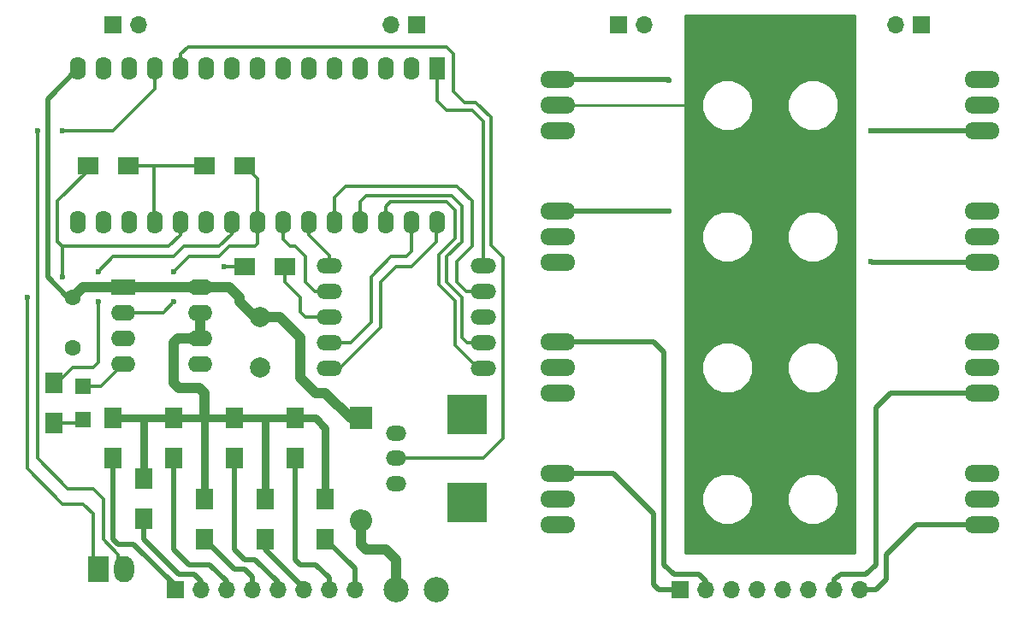
<source format=gbr>
G04 #@! TF.FileFunction,Copper,L1,Top,Signal*
%FSLAX46Y46*%
G04 Gerber Fmt 4.6, Leading zero omitted, Abs format (unit mm)*
G04 Created by KiCad (PCBNEW 4.0.4-stable) date 02/25/17 10:50:14*
%MOMM*%
%LPD*%
G01*
G04 APERTURE LIST*
%ADD10C,0.100000*%
%ADD11C,1.600000*%
%ADD12C,2.000000*%
%ADD13R,2.200000X2.200000*%
%ADD14O,2.200000X2.200000*%
%ADD15R,1.500000X1.500000*%
%ADD16O,2.524000X1.524000*%
%ADD17R,2.000000X2.600000*%
%ADD18O,2.000000X2.600000*%
%ADD19R,1.700000X1.700000*%
%ADD20O,1.700000X1.700000*%
%ADD21R,2.400000X1.600000*%
%ADD22O,2.400000X1.600000*%
%ADD23O,2.000000X1.524000*%
%ADD24R,4.000000X4.000000*%
%ADD25R,2.000000X1.700000*%
%ADD26R,1.700000X2.000000*%
%ADD27R,1.574800X2.286000*%
%ADD28O,1.574800X2.286000*%
%ADD29C,2.499360*%
%ADD30O,3.500120X1.699260*%
%ADD31C,0.600000*%
%ADD32C,1.000000*%
%ADD33C,0.500000*%
%ADD34C,0.350000*%
%ADD35C,0.750000*%
%ADD36C,0.250000*%
%ADD37C,0.254000*%
G04 APERTURE END LIST*
D10*
D11*
X76000000Y-99000000D03*
X76000000Y-104000000D03*
D12*
X94500000Y-101000000D03*
X94500000Y-106000000D03*
D13*
X104500000Y-111000000D03*
D14*
X104500000Y-121160000D03*
D15*
X77000000Y-111150000D03*
X77000000Y-107850000D03*
D16*
X116620000Y-106080000D03*
X116620000Y-103540000D03*
X116620000Y-101000000D03*
X116620000Y-98460000D03*
X116620000Y-95920000D03*
X101380000Y-95920000D03*
X101380000Y-98460000D03*
X101380000Y-101000000D03*
X101380000Y-103540000D03*
X101380000Y-106080000D03*
D17*
X78500000Y-126000000D03*
D18*
X81040000Y-126000000D03*
D19*
X86100000Y-128000000D03*
D20*
X88640000Y-128000000D03*
X91180000Y-128000000D03*
X93720000Y-128000000D03*
X96260000Y-128000000D03*
X98800000Y-128000000D03*
X101340000Y-128000000D03*
X103880000Y-128000000D03*
D21*
X81000000Y-98000000D03*
D22*
X88620000Y-105620000D03*
X81000000Y-100540000D03*
X88620000Y-103080000D03*
X81000000Y-103080000D03*
X88620000Y-100540000D03*
X81000000Y-105620000D03*
X88620000Y-98000000D03*
D19*
X80000000Y-72000000D03*
D20*
X82540000Y-72000000D03*
D19*
X110000000Y-72000000D03*
D20*
X107460000Y-72000000D03*
D23*
X108000000Y-112500000D03*
X108000000Y-115000000D03*
X108000000Y-117500000D03*
D24*
X115000000Y-119400000D03*
X115000000Y-110600000D03*
D25*
X89000000Y-86000000D03*
X93000000Y-86000000D03*
D26*
X80000000Y-115000000D03*
X80000000Y-111000000D03*
X83000000Y-121000000D03*
X83000000Y-117000000D03*
X86000000Y-115000000D03*
X86000000Y-111000000D03*
X89000000Y-123000000D03*
X89000000Y-119000000D03*
X92000000Y-115000000D03*
X92000000Y-111000000D03*
X95000000Y-123000000D03*
X95000000Y-119000000D03*
X98000000Y-115000000D03*
X98000000Y-111000000D03*
X101000000Y-123000000D03*
X101000000Y-119000000D03*
D25*
X93000000Y-96000000D03*
X97000000Y-96000000D03*
D26*
X74100000Y-111500000D03*
X74100000Y-107500000D03*
D25*
X81500000Y-86000000D03*
X77500000Y-86000000D03*
D27*
X112050000Y-76380000D03*
D28*
X109510000Y-76380000D03*
X106970000Y-76380000D03*
X104430000Y-76380000D03*
X101890000Y-76380000D03*
X99350000Y-76380000D03*
X96810000Y-76380000D03*
X94270000Y-76380000D03*
X91730000Y-76380000D03*
X89190000Y-76380000D03*
X86650000Y-76380000D03*
X84110000Y-76380000D03*
X81570000Y-76380000D03*
X79030000Y-76380000D03*
X76490000Y-76380000D03*
X76490000Y-91620000D03*
X79030000Y-91620000D03*
X81570000Y-91620000D03*
X84110000Y-91620000D03*
X86650000Y-91620000D03*
X89190000Y-91620000D03*
X91730000Y-91620000D03*
X94270000Y-91620000D03*
X96810000Y-91620000D03*
X99350000Y-91620000D03*
X101890000Y-91620000D03*
X104430000Y-91620000D03*
X106970000Y-91620000D03*
X109510000Y-91620000D03*
X112050000Y-91620000D03*
D29*
X112000000Y-128000000D03*
X108000000Y-128000000D03*
D19*
X130000000Y-72000000D03*
D20*
X132540000Y-72000000D03*
D19*
X160000000Y-72000000D03*
D20*
X157460000Y-72000000D03*
D30*
X166000000Y-119000000D03*
X166000000Y-121540000D03*
X166000000Y-116460000D03*
X166000000Y-106000000D03*
X166000000Y-108540000D03*
X166000000Y-103460000D03*
X166000000Y-93000000D03*
X166000000Y-95540000D03*
X166000000Y-90460000D03*
X166000000Y-80000000D03*
X166000000Y-82540000D03*
X166000000Y-77460000D03*
X124000000Y-80000000D03*
X124000000Y-77460000D03*
X124000000Y-82540000D03*
X124000000Y-93000000D03*
X124000000Y-90460000D03*
X124000000Y-95540000D03*
X124000000Y-106000000D03*
X124000000Y-103460000D03*
X124000000Y-108540000D03*
X124000000Y-119000000D03*
X124000000Y-116460000D03*
X124000000Y-121540000D03*
D19*
X136100000Y-128000000D03*
D20*
X138640000Y-128000000D03*
X141180000Y-128000000D03*
X143720000Y-128000000D03*
X146260000Y-128000000D03*
X148800000Y-128000000D03*
X151340000Y-128000000D03*
X153880000Y-128000000D03*
D31*
X91000000Y-96000000D03*
X71500000Y-99000000D03*
X75000000Y-97000000D03*
X72500000Y-82500000D03*
X75000000Y-82500000D03*
X86000000Y-96500000D03*
X86000000Y-99500000D03*
X78500000Y-96500000D03*
X78500000Y-99500000D03*
X135000000Y-90500000D03*
X135000000Y-77500000D03*
X155000000Y-82500000D03*
X155000000Y-95500000D03*
D32*
X81000000Y-98000000D02*
X77000000Y-98000000D01*
X77000000Y-98000000D02*
X76000000Y-99000000D01*
X88620000Y-98000000D02*
X81000000Y-98000000D01*
X95000000Y-101000000D02*
X94000000Y-101000000D01*
X94000000Y-101000000D02*
X92500000Y-99500000D01*
X91500000Y-98000000D02*
X88620000Y-98000000D01*
X92500000Y-99000000D02*
X91500000Y-98000000D01*
X92500000Y-99500000D02*
X92500000Y-99000000D01*
X104500000Y-111000000D02*
X103500000Y-111000000D01*
X103500000Y-111000000D02*
X101000000Y-108500000D01*
X101000000Y-108500000D02*
X100000000Y-108500000D01*
X100000000Y-108500000D02*
X98500000Y-107000000D01*
X98500000Y-107000000D02*
X98500000Y-103000000D01*
X98500000Y-103000000D02*
X96500000Y-101000000D01*
X96500000Y-101000000D02*
X95000000Y-101000000D01*
D33*
X76000000Y-99000000D02*
X75500000Y-99000000D01*
X75500000Y-99000000D02*
X73500000Y-97000000D01*
X73500000Y-79370000D02*
X76490000Y-76380000D01*
X73500000Y-97000000D02*
X73500000Y-79370000D01*
D34*
X93000000Y-96000000D02*
X91000000Y-96000000D01*
X77000000Y-107850000D02*
X78770000Y-107850000D01*
X78770000Y-107850000D02*
X81000000Y-105620000D01*
X84000000Y-86000000D02*
X84000000Y-91510000D01*
X84000000Y-91510000D02*
X84110000Y-91620000D01*
X81500000Y-86000000D02*
X84000000Y-86000000D01*
X84000000Y-86000000D02*
X89000000Y-86000000D01*
D32*
X108000000Y-127500000D02*
X108000000Y-125000000D01*
X104500000Y-123500000D02*
X104500000Y-121160000D01*
X105000000Y-124000000D02*
X104500000Y-123500000D01*
X107000000Y-124000000D02*
X105000000Y-124000000D01*
X108000000Y-125000000D02*
X107000000Y-124000000D01*
D34*
X74500000Y-111500000D02*
X76650000Y-111500000D01*
X76650000Y-111500000D02*
X77000000Y-111150000D01*
X116620000Y-106080000D02*
X116080000Y-106080000D01*
X116080000Y-106080000D02*
X113800000Y-103800000D01*
X113800000Y-103800000D02*
X113800000Y-99400000D01*
X113800000Y-99400000D02*
X112200000Y-97800000D01*
X112200000Y-97800000D02*
X112200000Y-94800000D01*
X112200000Y-94800000D02*
X113800000Y-93200000D01*
X113800000Y-93200000D02*
X113800000Y-90400000D01*
X113800000Y-90400000D02*
X113000000Y-89600000D01*
X113000000Y-89600000D02*
X107400000Y-89600000D01*
X107400000Y-89600000D02*
X106970000Y-90030000D01*
X106970000Y-90030000D02*
X106970000Y-91620000D01*
X116620000Y-103540000D02*
X115040000Y-103540000D01*
X104430000Y-89570000D02*
X104430000Y-91620000D01*
X105000000Y-89000000D02*
X104430000Y-89570000D01*
X113500000Y-89000000D02*
X105000000Y-89000000D01*
X114500000Y-90000000D02*
X113500000Y-89000000D01*
X114500000Y-93500000D02*
X114500000Y-90000000D01*
X113000000Y-95000000D02*
X114500000Y-93500000D01*
X113000000Y-97500000D02*
X113000000Y-95000000D01*
X114500000Y-99000000D02*
X113000000Y-97500000D01*
X114500000Y-103000000D02*
X114500000Y-99000000D01*
X115040000Y-103540000D02*
X114500000Y-103000000D01*
X97000000Y-96000000D02*
X97000000Y-97500000D01*
X99000000Y-101000000D02*
X101380000Y-101000000D01*
X98500000Y-100500000D02*
X99000000Y-101000000D01*
X98500000Y-99000000D02*
X98500000Y-100500000D01*
X97000000Y-97500000D02*
X98500000Y-99000000D01*
X116620000Y-98460000D02*
X114960000Y-98460000D01*
X101890000Y-89110000D02*
X101890000Y-91620000D01*
X103000000Y-88000000D02*
X101890000Y-89110000D01*
X114000000Y-88000000D02*
X103000000Y-88000000D01*
X115500000Y-89500000D02*
X114000000Y-88000000D01*
X115500000Y-94000000D02*
X115500000Y-89500000D01*
X114000000Y-95500000D02*
X115500000Y-94000000D01*
X114000000Y-97500000D02*
X114000000Y-95500000D01*
X114960000Y-98460000D02*
X114000000Y-97500000D01*
X116620000Y-95920000D02*
X116620000Y-81620000D01*
X112050000Y-79550000D02*
X112050000Y-76380000D01*
X113000000Y-80500000D02*
X112050000Y-79550000D01*
X115500000Y-80500000D02*
X113000000Y-80500000D01*
X116620000Y-81620000D02*
X115500000Y-80500000D01*
X101380000Y-95920000D02*
X101380000Y-94880000D01*
X99350000Y-92850000D02*
X99350000Y-91620000D01*
X101380000Y-94880000D02*
X99350000Y-92850000D01*
X101380000Y-98460000D02*
X99960000Y-98460000D01*
X96810000Y-93310000D02*
X96810000Y-91620000D01*
X97500000Y-94000000D02*
X96810000Y-93310000D01*
X98000000Y-94000000D02*
X97500000Y-94000000D01*
X99000000Y-95000000D02*
X98000000Y-94000000D01*
X99000000Y-97500000D02*
X99000000Y-95000000D01*
X99960000Y-98460000D02*
X99000000Y-97500000D01*
X101380000Y-103540000D02*
X103460000Y-103540000D01*
X109510000Y-94490000D02*
X109510000Y-91620000D01*
X109000000Y-95000000D02*
X109510000Y-94490000D01*
X107500000Y-95000000D02*
X109000000Y-95000000D01*
X105500000Y-97000000D02*
X107500000Y-95000000D01*
X105500000Y-101500000D02*
X105500000Y-97000000D01*
X103460000Y-103540000D02*
X105500000Y-101500000D01*
X101380000Y-106080000D02*
X102420000Y-106080000D01*
X102420000Y-106080000D02*
X106500000Y-102000000D01*
X106500000Y-102000000D02*
X106500000Y-97500000D01*
X106500000Y-97500000D02*
X108000000Y-96000000D01*
X108000000Y-96000000D02*
X109500000Y-96000000D01*
X109500000Y-96000000D02*
X111000000Y-94500000D01*
X111000000Y-94500000D02*
X112000000Y-93500000D01*
X112000000Y-93500000D02*
X112000000Y-91670000D01*
X112000000Y-91670000D02*
X112050000Y-91620000D01*
X75000000Y-94000000D02*
X75000000Y-97000000D01*
X78000000Y-120500000D02*
X78000000Y-126000000D01*
X77000000Y-119500000D02*
X78000000Y-120500000D01*
X75000000Y-119500000D02*
X77000000Y-119500000D01*
X71500000Y-116000000D02*
X75000000Y-119500000D01*
X71500000Y-99000000D02*
X71500000Y-116000000D01*
X77500000Y-86000000D02*
X77500000Y-86500000D01*
X77500000Y-86500000D02*
X74500000Y-89500000D01*
X74500000Y-89500000D02*
X74500000Y-93500000D01*
X74500000Y-93500000D02*
X75000000Y-94000000D01*
X75000000Y-94000000D02*
X85500000Y-94000000D01*
X85500000Y-94000000D02*
X86650000Y-92850000D01*
X86650000Y-92850000D02*
X86650000Y-91620000D01*
X84110000Y-76380000D02*
X84110000Y-78390000D01*
X79000000Y-123000000D02*
X80500000Y-124500000D01*
X79000000Y-119000000D02*
X79000000Y-123000000D01*
X78000000Y-118000000D02*
X79000000Y-119000000D01*
X75500000Y-118000000D02*
X78000000Y-118000000D01*
X72500000Y-115000000D02*
X75500000Y-118000000D01*
X72500000Y-83000000D02*
X72500000Y-115000000D01*
X72500000Y-82500000D02*
X72500000Y-83000000D01*
X80000000Y-82500000D02*
X75000000Y-82500000D01*
X84110000Y-78390000D02*
X80000000Y-82500000D01*
X80500000Y-124500000D02*
X80540000Y-126000000D01*
X84110000Y-76380000D02*
X84110000Y-75610000D01*
D33*
X86100000Y-128000000D02*
X86100000Y-127600000D01*
X86100000Y-127600000D02*
X82000000Y-123500000D01*
X82000000Y-123500000D02*
X80500000Y-123500000D01*
X80500000Y-123500000D02*
X80000000Y-123000000D01*
X80000000Y-123000000D02*
X80000000Y-115000000D01*
X83000000Y-121000000D02*
X83000000Y-123000000D01*
X88640000Y-127140000D02*
X88640000Y-128000000D01*
X86500000Y-126500000D02*
X83000000Y-123000000D01*
X88000000Y-126500000D02*
X86500000Y-126500000D01*
X88640000Y-127140000D02*
X88000000Y-126500000D01*
X91180000Y-128000000D02*
X91180000Y-127180000D01*
X91180000Y-127180000D02*
X89500000Y-125500000D01*
X89500000Y-125500000D02*
X87500000Y-125500000D01*
X87500000Y-125500000D02*
X86000000Y-124000000D01*
X86000000Y-124000000D02*
X86000000Y-115000000D01*
X93720000Y-128000000D02*
X93720000Y-126720000D01*
X92000000Y-126000000D02*
X89000000Y-123000000D01*
X93000000Y-126000000D02*
X92000000Y-126000000D01*
X93720000Y-126720000D02*
X93000000Y-126000000D01*
X96260000Y-128000000D02*
X96260000Y-127260000D01*
X96260000Y-127260000D02*
X94000000Y-125000000D01*
X94000000Y-125000000D02*
X93000000Y-125000000D01*
X93000000Y-125000000D02*
X92000000Y-124000000D01*
X92000000Y-124000000D02*
X92000000Y-115000000D01*
X95000000Y-123000000D02*
X95000000Y-124000000D01*
X95000000Y-124000000D02*
X98800000Y-127800000D01*
X98800000Y-127800000D02*
X98800000Y-128000000D01*
X101340000Y-128000000D02*
X101340000Y-126840000D01*
X98000000Y-125000000D02*
X98000000Y-115000000D01*
X98500000Y-125500000D02*
X98000000Y-125000000D01*
X100000000Y-125500000D02*
X98500000Y-125500000D01*
X101340000Y-126840000D02*
X100000000Y-125500000D01*
X103880000Y-128000000D02*
X103880000Y-125880000D01*
X103880000Y-125880000D02*
X101000000Y-123000000D01*
D34*
X81000000Y-100540000D02*
X84960000Y-100540000D01*
X94270000Y-93730000D02*
X94270000Y-91620000D01*
X94000000Y-94000000D02*
X94270000Y-93730000D01*
X91500000Y-94000000D02*
X94000000Y-94000000D01*
X90500000Y-95000000D02*
X91500000Y-94000000D01*
X87500000Y-95000000D02*
X90500000Y-95000000D01*
X86000000Y-96500000D02*
X87500000Y-95000000D01*
X84960000Y-100540000D02*
X86000000Y-99500000D01*
X94270000Y-91620000D02*
X94270000Y-87270000D01*
X94270000Y-87270000D02*
X93000000Y-86000000D01*
D32*
X88620000Y-103080000D02*
X86420000Y-103080000D01*
X89000000Y-108500000D02*
X89000000Y-111000000D01*
X88500000Y-108000000D02*
X89000000Y-108500000D01*
X86500000Y-108000000D02*
X88500000Y-108000000D01*
X86000000Y-107500000D02*
X86500000Y-108000000D01*
X86000000Y-103500000D02*
X86000000Y-107500000D01*
X86420000Y-103080000D02*
X86000000Y-103500000D01*
X88620000Y-100540000D02*
X88620000Y-103080000D01*
X88620000Y-103080000D02*
X88540000Y-103000000D01*
D35*
X83000000Y-111000000D02*
X80000000Y-111000000D01*
X98000000Y-111000000D02*
X100000000Y-111000000D01*
X101000000Y-112000000D02*
X101000000Y-119000000D01*
X100000000Y-111000000D02*
X101000000Y-112000000D01*
X95000000Y-111000000D02*
X95000000Y-119000000D01*
X83000000Y-117000000D02*
X83000000Y-111000000D01*
X89000000Y-111000000D02*
X89000000Y-119000000D01*
X86000000Y-111000000D02*
X83000000Y-111000000D01*
X92000000Y-111000000D02*
X95000000Y-111000000D01*
X95000000Y-111000000D02*
X98000000Y-111000000D01*
X86000000Y-111000000D02*
X89000000Y-111000000D01*
X89000000Y-111000000D02*
X92000000Y-111000000D01*
X85500000Y-110500000D02*
X86000000Y-111000000D01*
D34*
X74500000Y-107500000D02*
X76000000Y-106000000D01*
X91730000Y-92770000D02*
X91730000Y-91620000D01*
X90500000Y-94000000D02*
X91730000Y-92770000D01*
X87000000Y-94000000D02*
X90500000Y-94000000D01*
X86000000Y-95000000D02*
X87000000Y-94000000D01*
X80000000Y-95000000D02*
X86000000Y-95000000D01*
X78500000Y-96500000D02*
X80000000Y-95000000D01*
X78500000Y-105500000D02*
X78500000Y-99500000D01*
X78000000Y-106000000D02*
X78500000Y-105500000D01*
X76000000Y-106000000D02*
X78000000Y-106000000D01*
D33*
X124000000Y-116460000D02*
X129460000Y-116460000D01*
X134000000Y-128000000D02*
X136100000Y-128000000D01*
X133500000Y-127500000D02*
X134000000Y-128000000D01*
X133500000Y-120500000D02*
X133500000Y-127500000D01*
X129460000Y-116460000D02*
X133500000Y-120500000D01*
X124000000Y-103460000D02*
X133460000Y-103460000D01*
X138640000Y-127140000D02*
X138640000Y-128000000D01*
X138000000Y-126500000D02*
X138640000Y-127140000D01*
X135500000Y-126500000D02*
X138000000Y-126500000D01*
X134500000Y-125500000D02*
X135500000Y-126500000D01*
X134500000Y-104500000D02*
X134500000Y-125500000D01*
X133460000Y-103460000D02*
X134500000Y-104500000D01*
X124000000Y-90460000D02*
X134960000Y-90460000D01*
X134960000Y-90460000D02*
X135000000Y-90500000D01*
X124000000Y-77460000D02*
X134960000Y-77460000D01*
X134960000Y-77460000D02*
X135000000Y-77500000D01*
X166000000Y-82540000D02*
X155040000Y-82540000D01*
X155040000Y-82540000D02*
X155000000Y-82500000D01*
X166000000Y-95540000D02*
X155040000Y-95540000D01*
X155040000Y-95540000D02*
X155000000Y-95500000D01*
X166000000Y-108540000D02*
X156960000Y-108540000D01*
X151340000Y-127000000D02*
X151340000Y-128000000D01*
X152000000Y-126500000D02*
X151340000Y-127000000D01*
X154500000Y-126500000D02*
X152000000Y-126500000D01*
X155500000Y-125500000D02*
X154500000Y-126500000D01*
X155500000Y-110000000D02*
X155500000Y-125500000D01*
X156960000Y-108540000D02*
X155500000Y-110000000D01*
X166000000Y-121540000D02*
X159460000Y-121540000D01*
X155500000Y-128000000D02*
X153880000Y-128000000D01*
X156500000Y-127000000D02*
X155500000Y-128000000D01*
X156500000Y-124500000D02*
X156500000Y-127000000D01*
X159460000Y-121540000D02*
X156500000Y-124500000D01*
D36*
X124000000Y-80000000D02*
X137000000Y-80000000D01*
D34*
X108000000Y-115000000D02*
X116600000Y-115000000D01*
X86650000Y-74950000D02*
X86650000Y-76380000D01*
X87400000Y-74200000D02*
X86650000Y-74950000D01*
X113000000Y-74200000D02*
X87400000Y-74200000D01*
X113700000Y-74900000D02*
X113000000Y-74200000D01*
X113700000Y-78600000D02*
X113700000Y-74900000D01*
X114800000Y-79700000D02*
X113700000Y-78600000D01*
X115900000Y-79700000D02*
X114800000Y-79700000D01*
X117400000Y-81200000D02*
X115900000Y-79700000D01*
X117400000Y-93900000D02*
X117400000Y-81200000D01*
X118600000Y-95100000D02*
X117400000Y-93900000D01*
X118600000Y-113000000D02*
X118600000Y-95100000D01*
X116600000Y-115000000D02*
X118600000Y-113000000D01*
X104430000Y-76380000D02*
X104430000Y-75570000D01*
D37*
G36*
X153373000Y-124373000D02*
X136627000Y-124373000D01*
X136627000Y-119502015D01*
X138228641Y-119502015D01*
X138613746Y-120434041D01*
X139326208Y-121147748D01*
X140257561Y-121534479D01*
X141266015Y-121535359D01*
X142198041Y-121150254D01*
X142911748Y-120437792D01*
X143298479Y-119506439D01*
X143298482Y-119502015D01*
X146700641Y-119502015D01*
X147085746Y-120434041D01*
X147798208Y-121147748D01*
X148729561Y-121534479D01*
X149738015Y-121535359D01*
X150670041Y-121150254D01*
X151383748Y-120437792D01*
X151770479Y-119506439D01*
X151771359Y-118497985D01*
X151386254Y-117565959D01*
X150673792Y-116852252D01*
X149742439Y-116465521D01*
X148733985Y-116464641D01*
X147801959Y-116849746D01*
X147088252Y-117562208D01*
X146701521Y-118493561D01*
X146700641Y-119502015D01*
X143298482Y-119502015D01*
X143299359Y-118497985D01*
X142914254Y-117565959D01*
X142201792Y-116852252D01*
X141270439Y-116465521D01*
X140261985Y-116464641D01*
X139329959Y-116849746D01*
X138616252Y-117562208D01*
X138229521Y-118493561D01*
X138228641Y-119502015D01*
X136627000Y-119502015D01*
X136627000Y-106502015D01*
X138228641Y-106502015D01*
X138613746Y-107434041D01*
X139326208Y-108147748D01*
X140257561Y-108534479D01*
X141266015Y-108535359D01*
X142198041Y-108150254D01*
X142911748Y-107437792D01*
X143298479Y-106506439D01*
X143298482Y-106502015D01*
X146700641Y-106502015D01*
X147085746Y-107434041D01*
X147798208Y-108147748D01*
X148729561Y-108534479D01*
X149738015Y-108535359D01*
X150670041Y-108150254D01*
X151383748Y-107437792D01*
X151770479Y-106506439D01*
X151771359Y-105497985D01*
X151386254Y-104565959D01*
X150673792Y-103852252D01*
X149742439Y-103465521D01*
X148733985Y-103464641D01*
X147801959Y-103849746D01*
X147088252Y-104562208D01*
X146701521Y-105493561D01*
X146700641Y-106502015D01*
X143298482Y-106502015D01*
X143299359Y-105497985D01*
X142914254Y-104565959D01*
X142201792Y-103852252D01*
X141270439Y-103465521D01*
X140261985Y-103464641D01*
X139329959Y-103849746D01*
X138616252Y-104562208D01*
X138229521Y-105493561D01*
X138228641Y-106502015D01*
X136627000Y-106502015D01*
X136627000Y-93502015D01*
X138228641Y-93502015D01*
X138613746Y-94434041D01*
X139326208Y-95147748D01*
X140257561Y-95534479D01*
X141266015Y-95535359D01*
X142198041Y-95150254D01*
X142911748Y-94437792D01*
X143298479Y-93506439D01*
X143298482Y-93502015D01*
X146700641Y-93502015D01*
X147085746Y-94434041D01*
X147798208Y-95147748D01*
X148729561Y-95534479D01*
X149738015Y-95535359D01*
X150670041Y-95150254D01*
X151383748Y-94437792D01*
X151770479Y-93506439D01*
X151771359Y-92497985D01*
X151386254Y-91565959D01*
X150673792Y-90852252D01*
X149742439Y-90465521D01*
X148733985Y-90464641D01*
X147801959Y-90849746D01*
X147088252Y-91562208D01*
X146701521Y-92493561D01*
X146700641Y-93502015D01*
X143298482Y-93502015D01*
X143299359Y-92497985D01*
X142914254Y-91565959D01*
X142201792Y-90852252D01*
X141270439Y-90465521D01*
X140261985Y-90464641D01*
X139329959Y-90849746D01*
X138616252Y-91562208D01*
X138229521Y-92493561D01*
X138228641Y-93502015D01*
X136627000Y-93502015D01*
X136627000Y-80502015D01*
X138228641Y-80502015D01*
X138613746Y-81434041D01*
X139326208Y-82147748D01*
X140257561Y-82534479D01*
X141266015Y-82535359D01*
X142198041Y-82150254D01*
X142911748Y-81437792D01*
X143298479Y-80506439D01*
X143298482Y-80502015D01*
X146700641Y-80502015D01*
X147085746Y-81434041D01*
X147798208Y-82147748D01*
X148729561Y-82534479D01*
X149738015Y-82535359D01*
X150670041Y-82150254D01*
X151383748Y-81437792D01*
X151770479Y-80506439D01*
X151771359Y-79497985D01*
X151386254Y-78565959D01*
X150673792Y-77852252D01*
X149742439Y-77465521D01*
X148733985Y-77464641D01*
X147801959Y-77849746D01*
X147088252Y-78562208D01*
X146701521Y-79493561D01*
X146700641Y-80502015D01*
X143298482Y-80502015D01*
X143299359Y-79497985D01*
X142914254Y-78565959D01*
X142201792Y-77852252D01*
X141270439Y-77465521D01*
X140261985Y-77464641D01*
X139329959Y-77849746D01*
X138616252Y-78562208D01*
X138229521Y-79493561D01*
X138228641Y-80502015D01*
X136627000Y-80502015D01*
X136627000Y-71127000D01*
X153373000Y-71127000D01*
X153373000Y-124373000D01*
X153373000Y-124373000D01*
G37*
X153373000Y-124373000D02*
X136627000Y-124373000D01*
X136627000Y-119502015D01*
X138228641Y-119502015D01*
X138613746Y-120434041D01*
X139326208Y-121147748D01*
X140257561Y-121534479D01*
X141266015Y-121535359D01*
X142198041Y-121150254D01*
X142911748Y-120437792D01*
X143298479Y-119506439D01*
X143298482Y-119502015D01*
X146700641Y-119502015D01*
X147085746Y-120434041D01*
X147798208Y-121147748D01*
X148729561Y-121534479D01*
X149738015Y-121535359D01*
X150670041Y-121150254D01*
X151383748Y-120437792D01*
X151770479Y-119506439D01*
X151771359Y-118497985D01*
X151386254Y-117565959D01*
X150673792Y-116852252D01*
X149742439Y-116465521D01*
X148733985Y-116464641D01*
X147801959Y-116849746D01*
X147088252Y-117562208D01*
X146701521Y-118493561D01*
X146700641Y-119502015D01*
X143298482Y-119502015D01*
X143299359Y-118497985D01*
X142914254Y-117565959D01*
X142201792Y-116852252D01*
X141270439Y-116465521D01*
X140261985Y-116464641D01*
X139329959Y-116849746D01*
X138616252Y-117562208D01*
X138229521Y-118493561D01*
X138228641Y-119502015D01*
X136627000Y-119502015D01*
X136627000Y-106502015D01*
X138228641Y-106502015D01*
X138613746Y-107434041D01*
X139326208Y-108147748D01*
X140257561Y-108534479D01*
X141266015Y-108535359D01*
X142198041Y-108150254D01*
X142911748Y-107437792D01*
X143298479Y-106506439D01*
X143298482Y-106502015D01*
X146700641Y-106502015D01*
X147085746Y-107434041D01*
X147798208Y-108147748D01*
X148729561Y-108534479D01*
X149738015Y-108535359D01*
X150670041Y-108150254D01*
X151383748Y-107437792D01*
X151770479Y-106506439D01*
X151771359Y-105497985D01*
X151386254Y-104565959D01*
X150673792Y-103852252D01*
X149742439Y-103465521D01*
X148733985Y-103464641D01*
X147801959Y-103849746D01*
X147088252Y-104562208D01*
X146701521Y-105493561D01*
X146700641Y-106502015D01*
X143298482Y-106502015D01*
X143299359Y-105497985D01*
X142914254Y-104565959D01*
X142201792Y-103852252D01*
X141270439Y-103465521D01*
X140261985Y-103464641D01*
X139329959Y-103849746D01*
X138616252Y-104562208D01*
X138229521Y-105493561D01*
X138228641Y-106502015D01*
X136627000Y-106502015D01*
X136627000Y-93502015D01*
X138228641Y-93502015D01*
X138613746Y-94434041D01*
X139326208Y-95147748D01*
X140257561Y-95534479D01*
X141266015Y-95535359D01*
X142198041Y-95150254D01*
X142911748Y-94437792D01*
X143298479Y-93506439D01*
X143298482Y-93502015D01*
X146700641Y-93502015D01*
X147085746Y-94434041D01*
X147798208Y-95147748D01*
X148729561Y-95534479D01*
X149738015Y-95535359D01*
X150670041Y-95150254D01*
X151383748Y-94437792D01*
X151770479Y-93506439D01*
X151771359Y-92497985D01*
X151386254Y-91565959D01*
X150673792Y-90852252D01*
X149742439Y-90465521D01*
X148733985Y-90464641D01*
X147801959Y-90849746D01*
X147088252Y-91562208D01*
X146701521Y-92493561D01*
X146700641Y-93502015D01*
X143298482Y-93502015D01*
X143299359Y-92497985D01*
X142914254Y-91565959D01*
X142201792Y-90852252D01*
X141270439Y-90465521D01*
X140261985Y-90464641D01*
X139329959Y-90849746D01*
X138616252Y-91562208D01*
X138229521Y-92493561D01*
X138228641Y-93502015D01*
X136627000Y-93502015D01*
X136627000Y-80502015D01*
X138228641Y-80502015D01*
X138613746Y-81434041D01*
X139326208Y-82147748D01*
X140257561Y-82534479D01*
X141266015Y-82535359D01*
X142198041Y-82150254D01*
X142911748Y-81437792D01*
X143298479Y-80506439D01*
X143298482Y-80502015D01*
X146700641Y-80502015D01*
X147085746Y-81434041D01*
X147798208Y-82147748D01*
X148729561Y-82534479D01*
X149738015Y-82535359D01*
X150670041Y-82150254D01*
X151383748Y-81437792D01*
X151770479Y-80506439D01*
X151771359Y-79497985D01*
X151386254Y-78565959D01*
X150673792Y-77852252D01*
X149742439Y-77465521D01*
X148733985Y-77464641D01*
X147801959Y-77849746D01*
X147088252Y-78562208D01*
X146701521Y-79493561D01*
X146700641Y-80502015D01*
X143298482Y-80502015D01*
X143299359Y-79497985D01*
X142914254Y-78565959D01*
X142201792Y-77852252D01*
X141270439Y-77465521D01*
X140261985Y-77464641D01*
X139329959Y-77849746D01*
X138616252Y-78562208D01*
X138229521Y-79493561D01*
X138228641Y-80502015D01*
X136627000Y-80502015D01*
X136627000Y-71127000D01*
X153373000Y-71127000D01*
X153373000Y-124373000D01*
M02*

</source>
